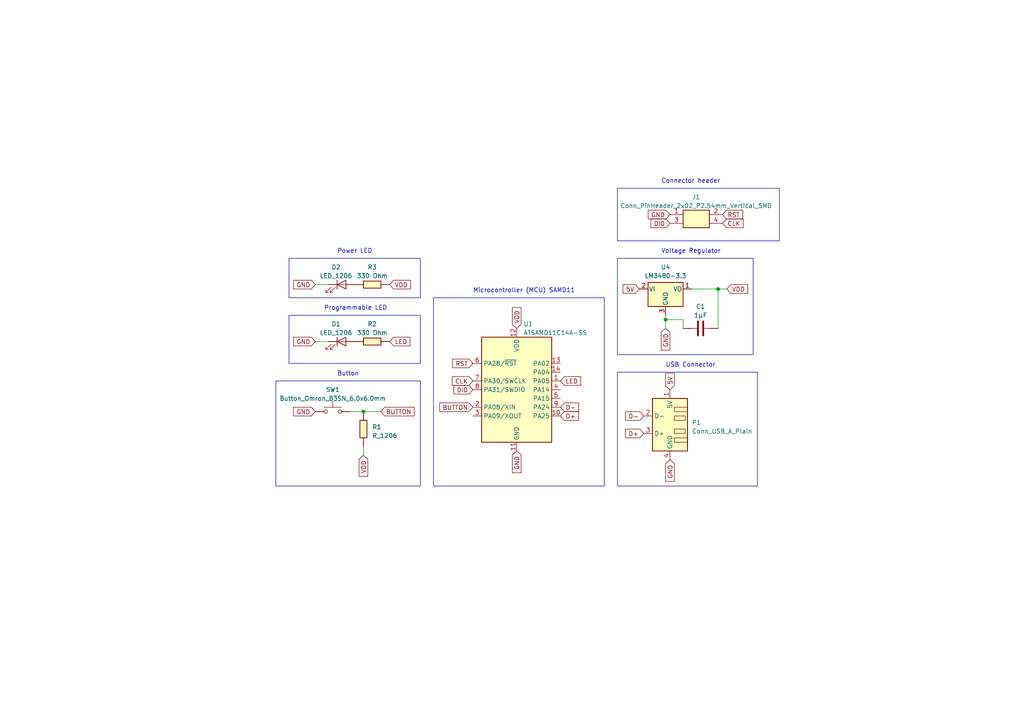
<source format=kicad_sch>
(kicad_sch (version 20230121) (generator eeschema)
  (paper "A4")
  (lib_symbols
    (symbol "MCU_Microchip_SAMD:ATSAMD11C14A-SS"
      (property "Reference" "U" (at -10.16 16.51 0))
      (property "Value" "ATSAMD11C14A-SS" (at 1.27 16.51 0))
      (symbol "ATSAMD11C14A-SS_0_1"
        (rectangle (start -10.16 15.24) (end 10.16 -15.24) (stroke (width 0.254)) (fill (type background)))
      )
      (symbol "ATSAMD11C14A-SS_1_1"
        (pin bidirectional line (at 12.7 2.54 180) (length 2.54) (name "PA05") (number "1"))
        (pin bidirectional line (at 12.7 -7.62 180) (length 2.54) (name "PA25") (number "10"))
        (pin power_in line (at 0 -17.78 90) (length 2.54) (name "GND") (number "11"))
        (pin power_in line (at 0 17.78 270) (length 2.54) (name "VDD") (number "12"))
        (pin bidirectional line (at 12.7 7.62 180) (length 2.54) (name "PA02") (number "13"))
        (pin bidirectional line (at 12.7 5.08 180) (length 2.54) (name "PA04") (number "14"))
        (pin bidirectional line (at -12.7 -5.08 0) (length 2.54) (name "PA08/XIN") (number "2"))
        (pin bidirectional line (at -12.7 -7.62 0) (length 2.54) (name "PA09/XOUT") (number "3"))
        (pin bidirectional line (at 12.7 0 180) (length 2.54) (name "PA14") (number "4"))
        (pin bidirectional line (at 12.7 -2.54 180) (length 2.54) (name "PA15") (number "5"))
        (pin bidirectional line (at -12.7 7.62 0) (length 2.54) (name "PA28/~{RST}") (number "6"))
        (pin bidirectional line (at -12.7 2.54 0) (length 2.54) (name "PA30/SWCLK") (number "7"))
        (pin bidirectional line (at -12.7 0 0) (length 2.54) (name "PA31/SWDIO") (number "8"))
        (pin bidirectional line (at 12.7 -5.08 180) (length 2.54) (name "PA24") (number "9"))
      )
    )
    (symbol "Regulator_Linear:LM3480-3.3" (pin_names (offset 0.254))
      (property "Reference" "U" (at -3.81 3.175 0))
      (property "Value" "LM3480-3.3" (at 0 3.175 0))
      (symbol "LM3480-3.3_0_1"
        (rectangle (start -5.08 1.905) (end 5.08 -5.08) (stroke (width 0.254)) (fill (type background)))
      )
      (symbol "LM3480-3.3_1_1"
        (pin power_out line (at 7.62 0 180) (length 2.54) (name "VO") (number "1"))
        (pin power_in line (at -7.62 0 0) (length 2.54) (name "VI") (number "2"))
        (pin power_in line (at 0 -7.62 90) (length 2.54) (name "GND") (number "3"))
      )
    )
    (symbol "fab:Button_Omron_B3SN_6.0x6.0mm" (pin_numbers hide) (pin_names (offset 1.016) hide)
      (property "Reference" "SW" (at 1.27 2.54 0))
      (property "Value" "Button_Omron_B3SN_6.0x6.0mm" (at 0 -1.524 0))
      (symbol "Button_Omron_B3SN_6.0x6.0mm_0_1"
        (circle (center -2.032 0) (radius 0.508))
        (polyline (pts (xy 0 1.27) (xy 0 3.048)))
        (polyline (pts (xy 2.54 1.27) (xy -2.54 1.27)))
        (circle (center 2.032 0) (radius 0.508))
        (pin passive line (at -5.08 0 0) (length 2.54) (name "1") (number "1"))
        (pin passive line (at 5.08 0 180) (length 2.54) (name "2") (number "2"))
      )
    )
    (symbol "fab:C_1206" (pin_numbers hide)
      (property "Reference" "C" (at 0.635 2.54 0))
      (property "Value" "C_1206" (at 0.635 -2.54 0))
      (symbol "C_1206_0_1"
        (polyline (pts (xy -2.032 -0.762) (xy 2.032 -0.762)) (stroke (width 0.508)))
        (polyline (pts (xy -2.032 0.762) (xy 2.032 0.762)) (stroke (width 0.508)))
        (polyline (pts (xy 0 -0.635) (xy 0 -2.54)))
        (polyline (pts (xy 0 0.635) (xy 0 2.54)))
      )
      (symbol "C_1206_1_1"
        (pin passive line (at 0 5.08 270) (length 2.54) (name "~") (number "1"))
        (pin passive line (at 0 -5.08 90) (length 2.54) (name "~") (number "2"))
      )
    )
    (symbol "fab:Conn_PinHeader_2x02_P2.54mm_Vertical_SMD" (pin_names hide)
      (property "Reference" "J" (at 0 3.81 0))
      (property "Value" "Conn_PinHeader_2x02_P2.54mm_Vertical_SMD" (at 0 -3.81 0))
      (symbol "Conn_PinHeader_2x02_P2.54mm_Vertical_SMD_1_1"
        (rectangle (start -3.81 2.54) (end 3.81 -2.54) (stroke (width 0.254)) (fill (type background)))
        (pin passive line (at -7.62 1.27 0) (length 3.81) (name "Pin_1") (number "1"))
        (pin passive line (at 7.62 1.27 180) (length 3.81) (name "Pin_2") (number "2"))
        (pin passive line (at -7.62 -1.27 0) (length 3.81) (name "Pin_3") (number "3"))
        (pin passive line (at 7.62 -1.27 180) (length 3.81) (name "Pin_4") (number "4"))
      )
    )
    (symbol "fab:Conn_USB_A_Plain"
      (property "Reference" "P" (at -5.08 8.89 0))
      (property "Value" "Conn_USB_A_Plain" (at 1.27 8.89 0))
      (symbol "Conn_USB_A_Plain_0_1"
        (rectangle (start -5.08 7.62) (end 5.08 -7.62) (stroke (width 0.254)) (fill (type background)))
        (rectangle (start 1.27 -3.81) (end 5.08 -5.08))
        (rectangle (start 1.27 -1.27) (end 4.445 -2.54))
        (rectangle (start 1.27 2.54) (end 4.445 1.27))
        (rectangle (start 1.27 5.08) (end 5.08 3.81))
      )
      (symbol "Conn_USB_A_Plain_1_1"
        (pin power_in line (at 0 10.16 270) (length 2.54) (name "5V") (number "1"))
        (pin bidirectional line (at -7.62 2.54 0) (length 2.54) (name "D-") (number "2"))
        (pin bidirectional line (at -7.62 -2.54 0) (length 2.54) (name "D+") (number "3"))
        (pin power_in line (at 0 -10.16 90) (length 2.54) (name "GND") (number "4"))
      )
    )
    (symbol "fab:LED_1206" (pin_numbers hide) (pin_names (offset 1.016) hide)
      (property "Reference" "D" (at 0 2.54 0))
      (property "Value" "LED_1206" (at 0 -2.54 0))
      (symbol "LED_1206_0_1"
        (polyline (pts (xy -1.27 -1.27) (xy -1.27 1.27)) (stroke (width 0.2032)))
        (polyline (pts (xy -1.27 0) (xy 1.27 0)))
        (polyline (pts (xy 1.27 -1.27) (xy 1.27 1.27) (xy -1.27 0) (xy 1.27 -1.27)) (stroke (width 0.2032)))
        (polyline (pts (xy -3.048 -0.762) (xy -4.572 -2.286) (xy -3.81 -2.286) (xy -4.572 -2.286) (xy -4.572 -1.524)))
        (polyline (pts (xy -1.778 -0.762) (xy -3.302 -2.286) (xy -2.54 -2.286) (xy -3.302 -2.286) (xy -3.302 -1.524)))
      )
      (symbol "LED_1206_1_1"
        (pin passive line (at -3.81 0 0) (length 2.54) (name "K") (number "1"))
        (pin passive line (at 3.81 0 180) (length 2.54) (name "A") (number "2"))
      )
    )
    (symbol "fab:R_1206" (pin_numbers hide) (pin_names (offset 0))
      (property "Reference" "R" (at 2.54 0 90))
      (property "Value" "R_1206" (at -2.54 0 90))
      (symbol "R_1206_0_1"
        (rectangle (start -1.016 -2.54) (end 1.016 2.54) (stroke (width 0.254)) (fill (type background)))
      )
      (symbol "R_1206_1_1"
        (pin passive line (at 0 5.08 270) (length 2.54) (name "~") (number "1"))
        (pin passive line (at 0 -5.08 90) (length 2.54) (name "~") (number "2"))
      )
    )
  )
  (junction (at 105.41 119.38))
  (junction (at 208.28 83.82))
  (junction (at 193.04 92.71))
  (wire (pts (xy 193.04 92.71) (xy 193.04 91.44)))
  (wire (pts (xy 198.12 95.25) (xy 198.12 92.71)))
  (wire (pts (xy 110.49 119.38) (xy 105.41 119.38)))
  (wire (pts (xy 91.44 82.55) (xy 95.25 82.55)))
  (wire (pts (xy 200.66 83.82) (xy 208.28 83.82)))
  (wire (pts (xy 91.44 99.06) (xy 95.25 99.06)))
  (wire (pts (xy 193.04 95.25) (xy 193.04 92.71)))
  (wire (pts (xy 105.41 119.38) (xy 101.6 119.38)))
  (wire (pts (xy 208.28 83.82) (xy 208.28 95.25)))
  (wire (pts (xy 198.12 92.71) (xy 193.04 92.71)))
  (wire (pts (xy 210.82 83.82) (xy 208.28 83.82)))
  (wire (pts (xy 105.41 132.08) (xy 105.41 129.54)))
  (rectangle (start 80.01 110.49) (end 121.92 140.97))
  (rectangle (start 125.73 86.36) (end 175.26 140.97))
  (rectangle (start 179.07 107.95) (end 219.71 140.97))
  (rectangle (start 83.82 91.44) (end 121.92 105.41))
  (rectangle (start 83.82 74.93) (end 121.92 86.36))
  (rectangle (start 179.07 54.61) (end 226.06 69.85))
  (rectangle (start 179.07 74.93) (end 218.44 102.87))
  (text "Power LED" (at 97.79 73.66 0) (effects (font (size 1.27 1.27)) (justify left bottom)))
  (text "USB Connector" (at 193.04 106.68 0) (effects (font (size 1.27 1.27)) (justify left bottom)))
  (text "Button" (at 97.79 109.22 0) (effects (font (size 1.27 1.27)) (justify left bottom)))
  (text "Programmable LED" (at 93.98 90.17 0) (effects (font (size 1.27 1.27)) (justify left bottom)))
  (text "Voltage Regulator" (at 191.77 73.66 0) (effects (font (size 1.27 1.27)) (justify left bottom)))
  (text "Microcontroller (MCU) SAMD11" (at 137.16 85.09 0) (effects (font (size 1.27 1.27)) (justify left bottom)))
  (text "Connector header" (at 191.77 53.34 0) (effects (font (size 1.27 1.27)) (justify left bottom)))
  (global_label "LED" (shape input) (at 162.56 110.49 0) (property "Intersheetrefs" "${INTERSHEET_REFS}" (effects hide)))
  (global_label "RST" (shape input) (at 209.55 62.23 0) (property "Intersheetrefs" "${INTERSHEET_REFS}" (effects hide)))
  (global_label "GND" (shape input) (at 91.44 99.06 180) (property "Intersheetrefs" "${INTERSHEET_REFS}" (effects hide)))
  (global_label "5V" (shape input) (at 185.42 83.82 180) (property "Intersheetrefs" "${INTERSHEET_REFS}" (effects hide)))
  (global_label "BUTTON" (shape input) (at 110.49 119.38 0) (property "Intersheetrefs" "${INTERSHEET_REFS}" (effects hide)))
  (global_label "VDD" (shape input) (at 210.82 83.82 0) (property "Intersheetrefs" "${INTERSHEET_REFS}" (effects hide)))
  (global_label "D+" (shape input) (at 162.56 120.65 0) (property "Intersheetrefs" "${INTERSHEET_REFS}" (effects hide)))
  (global_label "CLK" (shape input) (at 209.55 64.77 0) (property "Intersheetrefs" "${INTERSHEET_REFS}" (effects hide)))
  (global_label "D-" (shape input) (at 162.56 118.11 0) (property "Intersheetrefs" "${INTERSHEET_REFS}" (effects hide)))
  (global_label "VDD" (shape input) (at 149.86 95.25 90) (property "Intersheetrefs" "${INTERSHEET_REFS}" (effects hide)))
  (global_label "GND" (shape input) (at 91.44 119.38 180) (property "Intersheetrefs" "${INTERSHEET_REFS}" (effects hide)))
  (global_label "GND" (shape input) (at 193.04 95.25 270) (property "Intersheetrefs" "${INTERSHEET_REFS}" (effects hide)))
  (global_label "CLK" (shape input) (at 137.16 110.49 180) (property "Intersheetrefs" "${INTERSHEET_REFS}" (effects hide)))
  (global_label "VDD" (shape input) (at 105.41 132.08 270) (property "Intersheetrefs" "${INTERSHEET_REFS}" (effects hide)))
  (global_label "DI0" (shape input) (at 137.16 113.03 180) (property "Intersheetrefs" "${INTERSHEET_REFS}" (effects hide)))
  (global_label "GND" (shape input) (at 149.86 130.81 270) (property "Intersheetrefs" "${INTERSHEET_REFS}" (effects hide)))
  (global_label "D-" (shape input) (at 186.69 120.65 180) (property "Intersheetrefs" "${INTERSHEET_REFS}" (effects hide)))
  (global_label "5V" (shape input) (at 194.31 113.03 90) (property "Intersheetrefs" "${INTERSHEET_REFS}" (effects hide)))
  (global_label "GND" (shape input) (at 91.44 82.55 180) (property "Intersheetrefs" "${INTERSHEET_REFS}" (effects hide)))
  (global_label "GND" (shape input) (at 194.31 62.23 180) (property "Intersheetrefs" "${INTERSHEET_REFS}" (effects hide)))
  (global_label "RST" (shape input) (at 137.16 105.41 180) (property "Intersheetrefs" "${INTERSHEET_REFS}" (effects hide)))
  (global_label "BUTTON" (shape input) (at 137.16 118.11 180) (property "Intersheetrefs" "${INTERSHEET_REFS}" (effects hide)))
  (global_label "DI0" (shape input) (at 194.31 64.77 180) (property "Intersheetrefs" "${INTERSHEET_REFS}" (effects hide)))
  (global_label "LED" (shape input) (at 113.03 99.06 0) (property "Intersheetrefs" "${INTERSHEET_REFS}" (effects hide)))
  (global_label "VDD" (shape input) (at 113.03 82.55 0) (property "Intersheetrefs" "${INTERSHEET_REFS}" (effects hide)))
  (global_label "D+" (shape input) (at 186.69 125.73 180) (property "Intersheetrefs" "${INTERSHEET_REFS}" (effects hide)))
  (global_label "GND" (shape input) (at 194.31 133.35 270) (property "Intersheetrefs" "${INTERSHEET_REFS}" (effects hide)))
  (symbol (lib_id "fab:R_1206") (at 107.95 82.55 90) (unit 1)
    (property "Reference" "R3" (at 107.95 77.47 90))
    (property "Value" "330 Ohm" (at 107.95 80.01 90))
    (property "Footprint" "fab:R_1206" (effects hide))
  )
  (symbol (lib_id "Regulator_Linear:LM3480-3.3") (at 193.04 83.82 0) (unit 1)
    (property "Reference" "U4" (at 193.04 77.47 0))
    (property "Value" "LM3480-3.3" (at 193.04 80.01 0))
    (property "Footprint" "Package_TO_SOT_SMD:SOT-23" (effects hide))
    (property "Datasheet" "http://www.ti.com/lit/ds/symlink/lm3480.pdf" (effects hide))
  )
  (symbol (lib_id "fab:C_1206") (at 203.2 95.25 90) (unit 1)
    (property "Reference" "C1" (at 203.2 88.9 90))
    (property "Value" "1μF" (at 203.2 91.44 90))
    (property "Footprint" "fab:C_1206" (effects hide))
    (property "Datasheet" "https://www.yageo.com/upload/media/product/productsearch/datasheet/mlcc/UPY-GP_NP0_16V-to-50V_18.pdf" (effects hide))
  )
  (symbol (lib_id "fab:Conn_PinHeader_2x02_P2.54mm_Vertical_SMD") (at 201.93 63.5 0) (unit 1)
    (property "Reference" "J1" (at 201.93 57.15 0))
    (property "Value" "Conn_PinHeader_2x02_P2.54mm_Vertical_SMD" (at 201.93 59.69 0))
    (property "Footprint" "fab:PinHeader_2x02_P2.54mm_Vertical_SMD" (effects hide))
    (property "Datasheet" "https://cdn.amphenol-icc.com/media/wysiwyg/files/drawing/95278.pdf" (effects hide))
  )
  (symbol (lib_id "fab:LED_1206") (at 99.06 82.55 0) (unit 1)
    (property "Reference" "D2" (at 97.4598 77.47 0))
    (property "Value" "LED_1206" (at 97.4598 80.01 0))
    (property "Footprint" "fab:LED_1206" (effects hide))
    (property "Datasheet" "https://optoelectronics.liteon.com/upload/download/DS-22-98-0002/LTST-C150CKT.pdf" (effects hide))
  )
  (symbol (lib_id "MCU_Microchip_SAMD:ATSAMD11C14A-SS") (at 149.86 113.03 0) (unit 1)
    (property "Reference" "U1" (at 151.8159 93.98 0) (effects (justify left)))
    (property "Value" "ATSAMD11C14A-SS" (at 151.8159 96.52 0) (effects (justify left)))
    (property "Footprint" "Package_SO:SOIC-14_3.9x8.7mm_P1.27mm" (effects hide))
    (property "Datasheet" "http://ww1.microchip.com/downloads/en/DeviceDoc/Atmel-42363-SAM-D11_Datasheet.pdf" (effects hide))
  )
  (symbol (lib_id "fab:Conn_USB_A_Plain") (at 194.31 123.19 0) (unit 1)
    (property "Reference" "P1" (at 200.66 122.555 0) (effects (justify left)))
    (property "Value" "Conn_USB_A_Plain" (at 200.66 125.095 0) (effects (justify left)))
    (property "Footprint" "fab:Conn_USB_A_Plain" (effects hide))
  )
  (symbol (lib_id "fab:R_1206") (at 107.95 99.06 90) (unit 1)
    (property "Reference" "R2" (at 107.95 93.98 90))
    (property "Value" "330 Ohm" (at 107.95 96.52 90))
    (property "Footprint" "fab:R_1206" (effects hide))
  )
  (symbol (lib_id "fab:LED_1206") (at 99.06 99.06 0) (unit 1)
    (property "Reference" "D1" (at 97.4598 93.98 0))
    (property "Value" "LED_1206" (at 97.4598 96.52 0))
    (property "Footprint" "fab:LED_1206" (effects hide))
    (property "Datasheet" "https://optoelectronics.liteon.com/upload/download/DS-22-98-0002/LTST-C150CKT.pdf" (effects hide))
  )
  (symbol (lib_id "fab:Button_Omron_B3SN_6.0x6.0mm") (at 96.52 119.38 0) (unit 1)
    (property "Reference" "SW1" (at 96.52 113.03 0))
    (property "Value" "Button_Omron_B3SN_6.0x6.0mm" (at 96.52 115.57 0))
    (property "Footprint" "fab:Button_Omron_B3SN_6.0x6.0mm" (effects hide))
    (property "Datasheet" "https://omronfs.omron.com/en_US/ecb/products/pdf/en-b3sn.pdf" (effects hide))
  )
  (symbol (lib_id "fab:R_1206") (at 105.41 124.46 0) (unit 1)
    (property "Reference" "R1" (at 107.95 123.825 0) (effects (justify left)))
    (property "Value" "R_1206" (at 107.95 126.365 0) (effects (justify left)))
    (property "Footprint" "fab:R_1206" (effects hide))
  )
)
</source>
